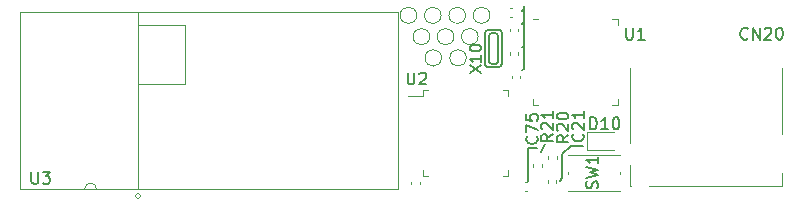
<source format=gbr>
%TF.GenerationSoftware,KiCad,Pcbnew,(6.0.0)*%
%TF.CreationDate,2022-04-23T18:16:10+01:00*%
%TF.ProjectId,pcb I,70636220-492e-46b6-9963-61645f706362,rev?*%
%TF.SameCoordinates,Original*%
%TF.FileFunction,Legend,Top*%
%TF.FilePolarity,Positive*%
%FSLAX46Y46*%
G04 Gerber Fmt 4.6, Leading zero omitted, Abs format (unit mm)*
G04 Created by KiCad (PCBNEW (6.0.0)) date 2022-04-23 18:16:10*
%MOMM*%
%LPD*%
G01*
G04 APERTURE LIST*
%ADD10C,0.150000*%
%ADD11C,0.120000*%
%ADD12C,0.127000*%
G04 APERTURE END LIST*
D10*
X108000000Y-92000000D02*
X108000000Y-94800000D01*
X107700000Y-80300000D02*
X107500000Y-80400000D01*
X109500000Y-91700000D02*
X109100000Y-92400000D01*
X111700000Y-91850000D02*
X112700000Y-91850000D01*
X108000000Y-92000000D02*
X108800000Y-92000000D01*
X110900000Y-94600000D02*
X110700000Y-94800000D01*
X107700000Y-83400000D02*
X107500000Y-83500000D01*
X110900000Y-94600000D02*
X110900000Y-92550000D01*
X107700000Y-81400000D02*
X107500000Y-81500000D01*
X107700000Y-85300000D02*
X107500000Y-85400000D01*
X107700000Y-80000000D02*
X107700000Y-85300000D01*
X110900000Y-92550000D02*
X111700000Y-91850000D01*
%TO.C,R20*%
X111452380Y-90942857D02*
X110976190Y-91276190D01*
X111452380Y-91514285D02*
X110452380Y-91514285D01*
X110452380Y-91133333D01*
X110500000Y-91038095D01*
X110547619Y-90990476D01*
X110642857Y-90942857D01*
X110785714Y-90942857D01*
X110880952Y-90990476D01*
X110928571Y-91038095D01*
X110976190Y-91133333D01*
X110976190Y-91514285D01*
X110547619Y-90561904D02*
X110500000Y-90514285D01*
X110452380Y-90419047D01*
X110452380Y-90180952D01*
X110500000Y-90085714D01*
X110547619Y-90038095D01*
X110642857Y-89990476D01*
X110738095Y-89990476D01*
X110880952Y-90038095D01*
X111452380Y-90609523D01*
X111452380Y-89990476D01*
X110452380Y-89371428D02*
X110452380Y-89276190D01*
X110500000Y-89180952D01*
X110547619Y-89133333D01*
X110642857Y-89085714D01*
X110833333Y-89038095D01*
X111071428Y-89038095D01*
X111261904Y-89085714D01*
X111357142Y-89133333D01*
X111404761Y-89180952D01*
X111452380Y-89276190D01*
X111452380Y-89371428D01*
X111404761Y-89466666D01*
X111357142Y-89514285D01*
X111261904Y-89561904D01*
X111071428Y-89609523D01*
X110833333Y-89609523D01*
X110642857Y-89561904D01*
X110547619Y-89514285D01*
X110500000Y-89466666D01*
X110452380Y-89371428D01*
%TO.C,C75*%
X108757142Y-91042857D02*
X108804761Y-91090476D01*
X108852380Y-91233333D01*
X108852380Y-91328571D01*
X108804761Y-91471428D01*
X108709523Y-91566666D01*
X108614285Y-91614285D01*
X108423809Y-91661904D01*
X108280952Y-91661904D01*
X108090476Y-91614285D01*
X107995238Y-91566666D01*
X107900000Y-91471428D01*
X107852380Y-91328571D01*
X107852380Y-91233333D01*
X107900000Y-91090476D01*
X107947619Y-91042857D01*
X107852380Y-90709523D02*
X107852380Y-90042857D01*
X108852380Y-90471428D01*
X107852380Y-89185714D02*
X107852380Y-89661904D01*
X108328571Y-89709523D01*
X108280952Y-89661904D01*
X108233333Y-89566666D01*
X108233333Y-89328571D01*
X108280952Y-89233333D01*
X108328571Y-89185714D01*
X108423809Y-89138095D01*
X108661904Y-89138095D01*
X108757142Y-89185714D01*
X108804761Y-89233333D01*
X108852380Y-89328571D01*
X108852380Y-89566666D01*
X108804761Y-89661904D01*
X108757142Y-89709523D01*
%TO.C,U3*%
X65988095Y-94052380D02*
X65988095Y-94861904D01*
X66035714Y-94957142D01*
X66083333Y-95004761D01*
X66178571Y-95052380D01*
X66369047Y-95052380D01*
X66464285Y-95004761D01*
X66511904Y-94957142D01*
X66559523Y-94861904D01*
X66559523Y-94052380D01*
X66940476Y-94052380D02*
X67559523Y-94052380D01*
X67226190Y-94433333D01*
X67369047Y-94433333D01*
X67464285Y-94480952D01*
X67511904Y-94528571D01*
X67559523Y-94623809D01*
X67559523Y-94861904D01*
X67511904Y-94957142D01*
X67464285Y-95004761D01*
X67369047Y-95052380D01*
X67083333Y-95052380D01*
X66988095Y-95004761D01*
X66940476Y-94957142D01*
%TO.C,CN20*%
X126633333Y-82757142D02*
X126585714Y-82804761D01*
X126442857Y-82852380D01*
X126347619Y-82852380D01*
X126204761Y-82804761D01*
X126109523Y-82709523D01*
X126061904Y-82614285D01*
X126014285Y-82423809D01*
X126014285Y-82280952D01*
X126061904Y-82090476D01*
X126109523Y-81995238D01*
X126204761Y-81900000D01*
X126347619Y-81852380D01*
X126442857Y-81852380D01*
X126585714Y-81900000D01*
X126633333Y-81947619D01*
X127061904Y-82852380D02*
X127061904Y-81852380D01*
X127633333Y-82852380D01*
X127633333Y-81852380D01*
X128061904Y-81947619D02*
X128109523Y-81900000D01*
X128204761Y-81852380D01*
X128442857Y-81852380D01*
X128538095Y-81900000D01*
X128585714Y-81947619D01*
X128633333Y-82042857D01*
X128633333Y-82138095D01*
X128585714Y-82280952D01*
X128014285Y-82852380D01*
X128633333Y-82852380D01*
X129252380Y-81852380D02*
X129347619Y-81852380D01*
X129442857Y-81900000D01*
X129490476Y-81947619D01*
X129538095Y-82042857D01*
X129585714Y-82233333D01*
X129585714Y-82471428D01*
X129538095Y-82661904D01*
X129490476Y-82757142D01*
X129442857Y-82804761D01*
X129347619Y-82852380D01*
X129252380Y-82852380D01*
X129157142Y-82804761D01*
X129109523Y-82757142D01*
X129061904Y-82661904D01*
X129014285Y-82471428D01*
X129014285Y-82233333D01*
X129061904Y-82042857D01*
X129109523Y-81947619D01*
X129157142Y-81900000D01*
X129252380Y-81852380D01*
%TO.C,R21*%
X110152380Y-90842857D02*
X109676190Y-91176190D01*
X110152380Y-91414285D02*
X109152380Y-91414285D01*
X109152380Y-91033333D01*
X109200000Y-90938095D01*
X109247619Y-90890476D01*
X109342857Y-90842857D01*
X109485714Y-90842857D01*
X109580952Y-90890476D01*
X109628571Y-90938095D01*
X109676190Y-91033333D01*
X109676190Y-91414285D01*
X109247619Y-90461904D02*
X109200000Y-90414285D01*
X109152380Y-90319047D01*
X109152380Y-90080952D01*
X109200000Y-89985714D01*
X109247619Y-89938095D01*
X109342857Y-89890476D01*
X109438095Y-89890476D01*
X109580952Y-89938095D01*
X110152380Y-90509523D01*
X110152380Y-89890476D01*
X110152380Y-88938095D02*
X110152380Y-89509523D01*
X110152380Y-89223809D02*
X109152380Y-89223809D01*
X109295238Y-89319047D01*
X109390476Y-89414285D01*
X109438095Y-89509523D01*
%TO.C,SW1*%
X113904761Y-95433333D02*
X113952380Y-95290476D01*
X113952380Y-95052380D01*
X113904761Y-94957142D01*
X113857142Y-94909523D01*
X113761904Y-94861904D01*
X113666666Y-94861904D01*
X113571428Y-94909523D01*
X113523809Y-94957142D01*
X113476190Y-95052380D01*
X113428571Y-95242857D01*
X113380952Y-95338095D01*
X113333333Y-95385714D01*
X113238095Y-95433333D01*
X113142857Y-95433333D01*
X113047619Y-95385714D01*
X113000000Y-95338095D01*
X112952380Y-95242857D01*
X112952380Y-95004761D01*
X113000000Y-94861904D01*
X112952380Y-94528571D02*
X113952380Y-94290476D01*
X113238095Y-94100000D01*
X113952380Y-93909523D01*
X112952380Y-93671428D01*
X113952380Y-92766666D02*
X113952380Y-93338095D01*
X113952380Y-93052380D02*
X112952380Y-93052380D01*
X113095238Y-93147619D01*
X113190476Y-93242857D01*
X113238095Y-93338095D01*
%TO.C,U2*%
X97838095Y-85652380D02*
X97838095Y-86461904D01*
X97885714Y-86557142D01*
X97933333Y-86604761D01*
X98028571Y-86652380D01*
X98219047Y-86652380D01*
X98314285Y-86604761D01*
X98361904Y-86557142D01*
X98409523Y-86461904D01*
X98409523Y-85652380D01*
X98838095Y-85747619D02*
X98885714Y-85700000D01*
X98980952Y-85652380D01*
X99219047Y-85652380D01*
X99314285Y-85700000D01*
X99361904Y-85747619D01*
X99409523Y-85842857D01*
X99409523Y-85938095D01*
X99361904Y-86080952D01*
X98790476Y-86652380D01*
X99409523Y-86652380D01*
%TO.C,X10*%
X103084568Y-85668039D02*
X104025790Y-85040558D01*
X103084568Y-85040558D02*
X104025790Y-85668039D01*
X104025790Y-84188976D02*
X104025790Y-84726817D01*
X104025790Y-84457897D02*
X103084568Y-84457897D01*
X103219029Y-84547537D01*
X103308669Y-84637177D01*
X103353489Y-84726817D01*
X103084568Y-83606315D02*
X103084568Y-83516675D01*
X103129389Y-83427034D01*
X103174209Y-83382214D01*
X103263849Y-83337394D01*
X103443129Y-83292574D01*
X103667230Y-83292574D01*
X103846510Y-83337394D01*
X103936150Y-83382214D01*
X103980970Y-83427034D01*
X104025790Y-83516675D01*
X104025790Y-83606315D01*
X103980970Y-83695955D01*
X103936150Y-83740775D01*
X103846510Y-83785595D01*
X103667230Y-83830415D01*
X103443129Y-83830415D01*
X103263849Y-83785595D01*
X103174209Y-83740775D01*
X103129389Y-83695955D01*
X103084568Y-83606315D01*
%TO.C,C21*%
X112657142Y-90842857D02*
X112704761Y-90890476D01*
X112752380Y-91033333D01*
X112752380Y-91128571D01*
X112704761Y-91271428D01*
X112609523Y-91366666D01*
X112514285Y-91414285D01*
X112323809Y-91461904D01*
X112180952Y-91461904D01*
X111990476Y-91414285D01*
X111895238Y-91366666D01*
X111800000Y-91271428D01*
X111752380Y-91128571D01*
X111752380Y-91033333D01*
X111800000Y-90890476D01*
X111847619Y-90842857D01*
X111847619Y-90461904D02*
X111800000Y-90414285D01*
X111752380Y-90319047D01*
X111752380Y-90080952D01*
X111800000Y-89985714D01*
X111847619Y-89938095D01*
X111942857Y-89890476D01*
X112038095Y-89890476D01*
X112180952Y-89938095D01*
X112752380Y-90509523D01*
X112752380Y-89890476D01*
X112752380Y-88938095D02*
X112752380Y-89509523D01*
X112752380Y-89223809D02*
X111752380Y-89223809D01*
X111895238Y-89319047D01*
X111990476Y-89414285D01*
X112038095Y-89509523D01*
%TO.C,D10*%
X113285714Y-90447380D02*
X113285714Y-89447380D01*
X113523809Y-89447380D01*
X113666666Y-89495000D01*
X113761904Y-89590238D01*
X113809523Y-89685476D01*
X113857142Y-89875952D01*
X113857142Y-90018809D01*
X113809523Y-90209285D01*
X113761904Y-90304523D01*
X113666666Y-90399761D01*
X113523809Y-90447380D01*
X113285714Y-90447380D01*
X114809523Y-90447380D02*
X114238095Y-90447380D01*
X114523809Y-90447380D02*
X114523809Y-89447380D01*
X114428571Y-89590238D01*
X114333333Y-89685476D01*
X114238095Y-89733095D01*
X115428571Y-89447380D02*
X115523809Y-89447380D01*
X115619047Y-89495000D01*
X115666666Y-89542619D01*
X115714285Y-89637857D01*
X115761904Y-89828333D01*
X115761904Y-90066428D01*
X115714285Y-90256904D01*
X115666666Y-90352142D01*
X115619047Y-90399761D01*
X115523809Y-90447380D01*
X115428571Y-90447380D01*
X115333333Y-90399761D01*
X115285714Y-90352142D01*
X115238095Y-90256904D01*
X115190476Y-90066428D01*
X115190476Y-89828333D01*
X115238095Y-89637857D01*
X115285714Y-89542619D01*
X115333333Y-89495000D01*
X115428571Y-89447380D01*
%TO.C,U1*%
X116338095Y-81852380D02*
X116338095Y-82661904D01*
X116385714Y-82757142D01*
X116433333Y-82804761D01*
X116528571Y-82852380D01*
X116719047Y-82852380D01*
X116814285Y-82804761D01*
X116861904Y-82757142D01*
X116909523Y-82661904D01*
X116909523Y-81852380D01*
X117909523Y-82852380D02*
X117338095Y-82852380D01*
X117623809Y-82852380D02*
X117623809Y-81852380D01*
X117528571Y-81995238D01*
X117433333Y-82090476D01*
X117338095Y-82138095D01*
D11*
%TO.C,R20*%
X110455000Y-92671359D02*
X110455000Y-92978641D01*
X109695000Y-92671359D02*
X109695000Y-92978641D01*
%TO.C,TP71*%
X99700000Y-82600000D02*
G75*
G03*
X99700000Y-82600000I-700000J0D01*
G01*
%TO.C,TP32*%
X100700000Y-84400000D02*
G75*
G03*
X100700000Y-84400000I-700000J0D01*
G01*
%TO.C,TP30*%
X103800000Y-82600000D02*
G75*
G03*
X103800000Y-82600000I-700000J0D01*
G01*
%TO.C,C76*%
X107360000Y-85892164D02*
X107360000Y-86107836D01*
X106640000Y-85892164D02*
X106640000Y-86107836D01*
%TO.C,TP33*%
X100666666Y-80800000D02*
G75*
G03*
X100666666Y-80800000I-700000J0D01*
G01*
%TO.C,C13*%
X107185000Y-83917164D02*
X107185000Y-84132836D01*
X106465000Y-83917164D02*
X106465000Y-84132836D01*
%TO.C,C75*%
X107742164Y-94915000D02*
X107957836Y-94915000D01*
X107742164Y-95635000D02*
X107957836Y-95635000D01*
%TO.C,TP34*%
X102733332Y-80800000D02*
G75*
G03*
X102733332Y-80800000I-700000J0D01*
G01*
%TO.C,TP70*%
X104800000Y-80800000D02*
G75*
G03*
X104800000Y-80800000I-700000J0D01*
G01*
%TO.C,U3*%
X65000000Y-95500000D02*
X65000000Y-80500000D01*
X79000000Y-86600000D02*
X79000000Y-81600000D01*
X65000000Y-80500000D02*
X97000000Y-80500000D01*
X97000000Y-95500000D02*
X65000000Y-95500000D01*
X79000000Y-81600000D02*
X75000000Y-81600000D01*
X75000000Y-86600000D02*
X79000000Y-86600000D01*
X75000000Y-95500000D02*
X75000000Y-80500000D01*
X97000000Y-80500000D02*
X97000000Y-95500000D01*
X71500000Y-95500000D02*
G75*
G03*
X70500000Y-95500000I-500000J0D01*
G01*
X75200000Y-96100000D02*
G75*
G03*
X75200000Y-96100000I-200000J0D01*
G01*
%TO.C,CN20*%
X116645000Y-95285000D02*
X116645000Y-93475000D01*
X116755000Y-95285000D02*
X116645000Y-95285000D01*
X116645000Y-91575000D02*
X116645000Y-85275000D01*
X129515000Y-90875000D02*
X129515000Y-85275000D01*
X129515000Y-94125000D02*
X129515000Y-95285000D01*
X129515000Y-95285000D02*
X118255000Y-95285000D01*
%TO.C,R21*%
X108420000Y-93346359D02*
X108420000Y-93653641D01*
X109180000Y-93346359D02*
X109180000Y-93653641D01*
%TO.C,TP31*%
X102800000Y-84400000D02*
G75*
G03*
X102800000Y-84400000I-700000J0D01*
G01*
%TO.C,SW1*%
X115800000Y-92600000D02*
X111400000Y-92600000D01*
X111400000Y-95700000D02*
X115800000Y-95700000D01*
X115800000Y-94200000D02*
X115800000Y-94100000D01*
X111400000Y-94200000D02*
X111400000Y-94100000D01*
%TO.C,C10*%
X106707836Y-80215000D02*
X106492164Y-80215000D01*
X106707836Y-80935000D02*
X106492164Y-80935000D01*
%TO.C,C30*%
X98140000Y-94892164D02*
X98140000Y-95107836D01*
X98860000Y-94892164D02*
X98860000Y-95107836D01*
%TO.C,U2*%
X105910000Y-94360000D02*
X106360000Y-94360000D01*
X99140000Y-87590000D02*
X97850000Y-87590000D01*
X106360000Y-87140000D02*
X106360000Y-87590000D01*
X99140000Y-87140000D02*
X99140000Y-87590000D01*
X99590000Y-87140000D02*
X99140000Y-87140000D01*
X99140000Y-94360000D02*
X99140000Y-93910000D01*
X99590000Y-94360000D02*
X99140000Y-94360000D01*
X106360000Y-94360000D02*
X106360000Y-93910000D01*
X105910000Y-87140000D02*
X106360000Y-87140000D01*
D12*
%TO.C,X10*%
X105500000Y-82600000D02*
X105500000Y-84600000D01*
X105300000Y-84900000D02*
X105000000Y-84900000D01*
X104400000Y-84976400D02*
X104400000Y-82316200D01*
X105000000Y-82300000D02*
X105200000Y-82300000D01*
X104716200Y-82000000D02*
X105517200Y-82000000D01*
X104700000Y-84700000D02*
X104700000Y-82600000D01*
X105517200Y-85200000D02*
X104623600Y-85200000D01*
X105800000Y-82282800D02*
X105800000Y-84917200D01*
X105499999Y-82600001D02*
G75*
G03*
X105200000Y-82300000I-300000J1D01*
G01*
X105800000Y-82282800D02*
G75*
G03*
X105517200Y-82000000I-282799J1D01*
G01*
X105517200Y-85200000D02*
G75*
G03*
X105800000Y-84917200I1J282799D01*
G01*
X104400000Y-84976400D02*
G75*
G03*
X104623600Y-85200000I223600J0D01*
G01*
X104700001Y-84699999D02*
G75*
G03*
X105000000Y-84900000I249932J49897D01*
G01*
X104716200Y-82000000D02*
G75*
G03*
X104400000Y-82316200I1J-316201D01*
G01*
X105299999Y-84900000D02*
G75*
G03*
X105500000Y-84600000I-49999J250000D01*
G01*
X105000000Y-82300000D02*
G75*
G03*
X104700000Y-82600000I99J-300099D01*
G01*
D11*
%TO.C,TP73*%
X98600000Y-80800000D02*
G75*
G03*
X98600000Y-80800000I-700000J0D01*
G01*
%TO.C,C12*%
X106465000Y-82157836D02*
X106465000Y-81942164D01*
X107185000Y-82157836D02*
X107185000Y-81942164D01*
%TO.C,C21*%
X110435000Y-94742164D02*
X110435000Y-94957836D01*
X109715000Y-94742164D02*
X109715000Y-94957836D01*
%TO.C,D10*%
X113015000Y-92160000D02*
X115300000Y-92160000D01*
X113015000Y-90690000D02*
X113015000Y-92160000D01*
X115300000Y-90690000D02*
X113015000Y-90690000D01*
%TO.C,TP72*%
X101750000Y-82600000D02*
G75*
G03*
X101750000Y-82600000I-700000J0D01*
G01*
%TO.C,U1*%
X115160000Y-81127500D02*
X115635000Y-81127500D01*
X115635000Y-81127500D02*
X115635000Y-81602500D01*
X108890000Y-81127500D02*
X108415000Y-81127500D01*
X115635000Y-88347500D02*
X115635000Y-87872500D01*
X108890000Y-88347500D02*
X108415000Y-88347500D01*
X108415000Y-88347500D02*
X108415000Y-87872500D01*
X115160000Y-88347500D02*
X115635000Y-88347500D01*
%TD*%
M02*

</source>
